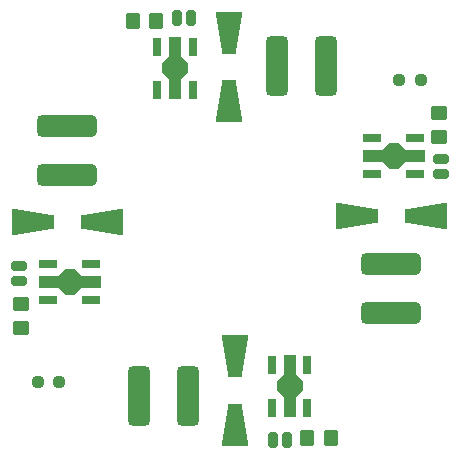
<source format=gbp>
G04 #@! TF.GenerationSoftware,KiCad,Pcbnew,7.0.11+dfsg-1build4*
G04 #@! TF.CreationDate,2025-02-09T17:53:47-07:00*
G04 #@! TF.ProjectId,iJet,694a6574-2e6b-4696-9361-645f70636258,rev?*
G04 #@! TF.SameCoordinates,Original*
G04 #@! TF.FileFunction,Paste,Bot*
G04 #@! TF.FilePolarity,Positive*
%FSLAX46Y46*%
G04 Gerber Fmt 4.6, Leading zero omitted, Abs format (unit mm)*
G04 Created by KiCad (PCBNEW 7.0.11+dfsg-1build4) date 2025-02-09 17:53:47*
%MOMM*%
%LPD*%
G01*
G04 APERTURE LIST*
G04 Aperture macros list*
%AMRoundRect*
0 Rectangle with rounded corners*
0 $1 Rounding radius*
0 $2 $3 $4 $5 $6 $7 $8 $9 X,Y pos of 4 corners*
0 Add a 4 corners polygon primitive as box body*
4,1,4,$2,$3,$4,$5,$6,$7,$8,$9,$2,$3,0*
0 Add four circle primitives for the rounded corners*
1,1,$1+$1,$2,$3*
1,1,$1+$1,$4,$5*
1,1,$1+$1,$6,$7*
1,1,$1+$1,$8,$9*
0 Add four rect primitives between the rounded corners*
20,1,$1+$1,$2,$3,$4,$5,0*
20,1,$1+$1,$4,$5,$6,$7,0*
20,1,$1+$1,$6,$7,$8,$9,0*
20,1,$1+$1,$8,$9,$2,$3,0*%
%AMOutline4P*
0 Free polygon, 4 corners , with rotation*
0 The origin of the aperture is its center*
0 number of corners: always 4*
0 $1 to $8 corner X, Y*
0 $9 Rotation angle, in degrees counterclockwise*
0 create outline with 4 corners*
4,1,4,$1,$2,$3,$4,$5,$6,$7,$8,$1,$2,$9*%
%AMFreePoly0*
4,1,17,0.500000,0.989801,1.044902,0.444901,1.063500,0.400000,1.063500,-0.400000,1.044902,-0.444901,0.500000,-0.989801,0.500000,-2.600000,-0.500000,-2.600000,-0.500000,-0.989802,-1.044901,-0.444901,-1.063500,-0.400000,-1.063500,0.400000,-1.044901,0.444901,-0.500000,0.989802,-0.500000,2.600000,0.500000,2.600000,0.500000,0.989801,0.500000,0.989801,$1*%
G04 Aperture macros list end*
%ADD10RoundRect,0.250000X-0.450000X0.350000X-0.450000X-0.350000X0.450000X-0.350000X0.450000X0.350000X0*%
%ADD11RoundRect,0.250000X0.450000X-0.350000X0.450000X0.350000X-0.450000X0.350000X-0.450000X-0.350000X0*%
%ADD12RoundRect,0.250000X0.350000X0.450000X-0.350000X0.450000X-0.350000X-0.450000X0.350000X-0.450000X0*%
%ADD13RoundRect,0.250000X-0.350000X-0.450000X0.350000X-0.450000X0.350000X0.450000X-0.350000X0.450000X0*%
%ADD14RoundRect,0.237500X0.250000X0.237500X-0.250000X0.237500X-0.250000X-0.237500X0.250000X-0.237500X0*%
%ADD15RoundRect,0.237500X-0.250000X-0.237500X0.250000X-0.237500X0.250000X0.237500X-0.250000X0.237500X0*%
%ADD16RoundRect,0.208750X0.431250X-0.208750X0.431250X0.208750X-0.431250X0.208750X-0.431250X-0.208750X0*%
%ADD17RoundRect,0.208750X-0.431250X0.208750X-0.431250X-0.208750X0.431250X-0.208750X0.431250X0.208750X0*%
%ADD18RoundRect,0.208750X-0.208750X-0.431250X0.208750X-0.431250X0.208750X0.431250X-0.208750X0.431250X0*%
%ADD19RoundRect,0.208750X0.208750X0.431250X-0.208750X0.431250X-0.208750X-0.431250X0.208750X-0.431250X0*%
%ADD20R,1.500000X0.700000*%
%ADD21FreePoly0,90.000000*%
%ADD22FreePoly0,270.000000*%
%ADD23FreePoly0,0.000000*%
%ADD24R,0.700000X1.500000*%
%ADD25FreePoly0,180.000000*%
%ADD26RoundRect,0.475000X2.075000X-0.475000X2.075000X0.475000X-2.075000X0.475000X-2.075000X-0.475000X0*%
%ADD27RoundRect,0.475000X-2.075000X0.475000X-2.075000X-0.475000X2.075000X-0.475000X2.075000X0.475000X0*%
%ADD28RoundRect,0.475000X-0.475000X-2.075000X0.475000X-2.075000X0.475000X2.075000X-0.475000X2.075000X0*%
%ADD29RoundRect,0.475000X0.475000X2.075000X-0.475000X2.075000X-0.475000X-2.075000X0.475000X-2.075000X0*%
%ADD30Outline4P,-1.800000X-1.150000X1.800000X-0.550000X1.800000X0.550000X-1.800000X1.150000X180.000000*%
%ADD31Outline4P,-1.800000X-1.150000X1.800000X-0.550000X1.800000X0.550000X-1.800000X1.150000X0.000000*%
%ADD32Outline4P,-1.800000X-1.150000X1.800000X-0.550000X1.800000X0.550000X-1.800000X1.150000X90.000000*%
%ADD33Outline4P,-1.800000X-1.150000X1.800000X-0.550000X1.800000X0.550000X-1.800000X1.150000X270.000000*%
G04 APERTURE END LIST*
D10*
X138356976Y-146656973D03*
X138356976Y-148656973D03*
D11*
X102889441Y-164804084D03*
X102889441Y-162804084D03*
D12*
X129131723Y-174113164D03*
X127131723Y-174113164D03*
D13*
X114380145Y-138819699D03*
X112380145Y-138819699D03*
D14*
X106149646Y-169366035D03*
X104324646Y-169366035D03*
D15*
X134965360Y-143858782D03*
X136790360Y-143858782D03*
D16*
X138491358Y-150513177D03*
X138491358Y-151768177D03*
D17*
X102713752Y-160867615D03*
X102713752Y-159612615D03*
D18*
X125477822Y-174268742D03*
X124222822Y-174268742D03*
D19*
X116100589Y-138608000D03*
X117355589Y-138608000D03*
D20*
X132622000Y-151768000D03*
X132622000Y-148768000D03*
X136322000Y-151768000D03*
X136322000Y-148768000D03*
D21*
X134472000Y-150268000D03*
D22*
X107040000Y-160936000D03*
D20*
X105190000Y-162436000D03*
X105190000Y-159436000D03*
X108890000Y-162436000D03*
X108890000Y-159436000D03*
D23*
X125678000Y-169778000D03*
D24*
X127178000Y-171628000D03*
X124178000Y-171628000D03*
X127178000Y-167928000D03*
X124178000Y-167928000D03*
X117478000Y-144704000D03*
X114478000Y-144704000D03*
X117478000Y-141004000D03*
X114478000Y-141004000D03*
D25*
X115978000Y-142854000D03*
D26*
X134290000Y-159368000D03*
X134290000Y-163568000D03*
D27*
X106858000Y-151884000D03*
X106858000Y-147684000D03*
D28*
X117086000Y-170612000D03*
X112886000Y-170612000D03*
D29*
X128770000Y-142672000D03*
X124570000Y-142672000D03*
D30*
X137190000Y-155372000D03*
D31*
X131390000Y-155372000D03*
X103958000Y-155880000D03*
D30*
X109758000Y-155880000D03*
D32*
X121082000Y-173004000D03*
D33*
X121082000Y-167204000D03*
D32*
X120565306Y-145637493D03*
D33*
X120565306Y-139837493D03*
M02*

</source>
